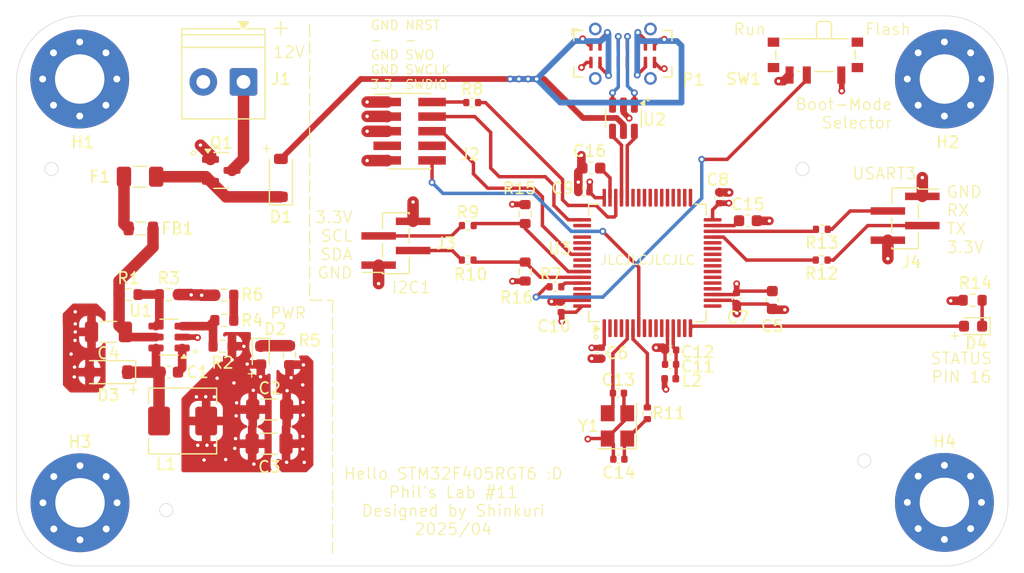
<source format=kicad_pcb>
(kicad_pcb (version 20241229) (generator "pcbnew") (generator_version "9.0")
  (layers (0 "F.Cu" signal) (4 "In1.Cu" signal) (6 "In2.Cu" signal) (2 "B.Cu" signal) (13 "F.Paste" user) (15 "B.Paste" user) (5 "F.SilkS" user "F.Silkscreen") (7 "B.SilkS" user "B.Silkscreen") (1 "F.Mask" user) (3 "B.Mask" user) (25 "Edge.Cuts" user))
  (net 0 "")
  (net 1 "GND")
  (net 2 "+12V")
  (net 3 "+3.3V")
  (net 4 "I2C1_SDA")
  (net 5 "Net-(D4-K)")
  (net 6 "I2C1_SCL")
  (net 7 "Net-(R4-Pad2)")
  (net 8 "Net-(D2-K)")
  (net 9 "BUCK_FB")
  (net 10 "BUCK_EN")
  (net 11 "BUCK_IN")
  (net 12 "USART3_RX")
  (net 13 "Net-(J4-Pin_2)")
  (net 14 "USART3_TX")
  (net 15 "Net-(J4-Pin_3)")
  (net 16 "Net-(J3-Pin_3)")
  (net 17 "Net-(C14-Pad1)")
  (net 18 "HSE_OUT")
  (net 19 "Net-(J3-Pin_2)")
  (net 20 "Net-(J2-Pin_2)")
  (net 21 "SWDIO")
  (net 22 "Net-(SW1-B)")
  (net 23 "BOOT0")
  (net 24 "USB_CONN_D-")
  (net 25 "USB_CONN_D+")
  (net 26 "USB_D-")
  (net 27 "+5V")
  (net 28 "USB_D+")
  (net 29 "BUCK_BST")
  (net 30 "BUCK_SW")
  (net 31 "Net-(D1-K)")
  (net 34 "Net-(U3-VCAP_2)")
  (net 38 "NRST")
  (net 40 "+3.3VA")
  (net 42 "Net-(U3-VCAP_1)")
  (net 47 "HSE_IN")
  (net 48 "LED_STATUS")
  (net 51 "SWCLK")
  (net 76 "SWO")
  (net 85 "Net-(F1-Pad2)")
  (footprint "Resistor_SMD:R_0603_1608Metric" (layer "F.Cu") (at 32.75 43.5)
    (property "Reference" "R3")
    (property "Value" "68k")
  )
  (footprint "Resistor_SMD:R_0402_1005Metric" (layer "F.Cu") (at 58.75 40.5)
    (property "Reference" "R10")
    (property "Value" "22")
  )
  (footprint "Connector_USB:USB_C_Receptacle_G-Switch_GT-USB-7051x" (layer "F.Cu") (at 72.25 22.55)
    (property "Reference" "P1")
    (property "Value" "USB_C_Plug_USB2.0")
  )
  (footprint "TerminalBlock_Phoenix:TerminalBlock_Phoenix_PT-1,5-2-3.5-H_1x02_P3.50mm_Horizontal" (layer "F.Cu") (at 39.25 25 180)
    (property "Reference" "J1")
    (property "Value" "Screw_Terminal_01x02")
  )
  (footprint "Package_QFP:LQFP-64_10x10mm_P0.5mm" (layer "F.Cu") (at 74.38 40.75 90)
    (property "Reference" "U3")
    (property "Value" "STM32F405RGT6")
  )
  (footprint "Connector_PinHeader_1.27mm:PinHeader_1x04_P1.27mm_Vertical_SMD_Pin1Right" (layer "F.Cu") (at 96.8 36.865)
    (property "Reference" "J4")
    (property "Value" "USART3")
  )
  (footprint "Diode_SMD:D_SOD-123" (layer "F.Cu") (at 27.5 50.25 180)
    (property "Reference" "D3")
    (property "Value" "B5819W")
  )
  (footprint "Resistor_SMD:R_0603_1608Metric" (layer "F.Cu") (at 43.25 48.775 -90)
    (property "Reference" "R5")
    (property "Value" "1k")
  )
  (footprint "Connector_PinHeader_1.27mm:PinHeader_2x05_P1.27mm_Vertical_SMD" (layer "F.Cu") (at 53.7 29.29)
    (property "Reference" "J2")
    (property "Value" "SWD")
  )
  (footprint "Capacitor_SMD:C_0402_1005Metric" (layer "F.Cu") (at 80.63 35.075 90)
    (property "Reference" "C8")
    (property "Value" "100n")
  )
  (footprint "Capacitor_SMD:C_0603_1608Metric" (layer "F.Cu") (at 69.5 32.5 180)
    (property "Reference" "C16")
    (property "Value" "2u2")
  )
  (footprint "Capacitor_SMD:C_0603_1608Metric" (layer "F.Cu") (at 32.775 50.25 180)
    (property "Reference" "C1")
    (property "Value" "10n")
  )
  (footprint "Capacitor_SMD:C_1206_3216Metric" (layer "F.Cu") (at 41.525 53.5)
    (property "Reference" "C2")
    (property "Value" "10u")
  )
  (footprint "Capacitor_SMD:C_0402_1005Metric" (layer "F.Cu") (at 70.38 48.595 -90)
    (property "Reference" "C6")
    (property "Value" "100n")
  )
  (footprint "Resistor_SMD:R_0402_1005Metric" (layer "F.Cu") (at 58.76 37.5)
    (property "Reference" "R9")
    (property "Value" "22")
  )
  (footprint "Resistor_SMD:R_0603_1608Metric" (layer "F.Cu") (at 37.575 45.75)
    (property "Reference" "R4")
    (property "Value" "15k")
  )
  (footprint "Inductor_SMD:L_0805_2012Metric" (layer "F.Cu") (at 30.3125 37.75)
    (property "Reference" "FB1")
    (property "Value" "600 @ 600Mhz")
  )
  (footprint "Button_Switch_SMD:SW_SPDT_PCM12" (layer "F.Cu") (at 89 22.975 180)
    (property "Reference" "SW1")
    (property "Value" "SW_SPDT")
  )
  (footprint "LED_SMD:LED_0603_1608Metric" (layer "F.Cu") (at 102.7125 46.25 180)
    (property "Reference" "D4")
    (property "Value" "BLUE")
  )
  (footprint "Capacitor_SMD:C_0402_1005Metric" (layer "F.Cu") (at 76.4 48.325 180)
    (property "Reference" "C12")
    (property "Value" "10n")
  )
  (footprint "Capacitor_SMD:C_0402_1005Metric" (layer "F.Cu") (at 66.88 44.555 90)
    (property "Reference" "C10")
    (property "Value" "100n")
  )
  (footprint "Capacitor_SMD:C_1206_3216Metric" (layer "F.Cu") (at 41.475 56.475)
    (property "Reference" "C3")
    (property "Value" "10u")
  )
  (footprint "Package_TO_SOT_SMD:SOT-23-6" (layer "F.Cu") (at 32.775 47.2 180)
    (property "Reference" "U1")
    (property "Value" "~")
  )
  (footprint "Package_TO_SOT_SMD:SOT-23-6" (layer "F.Cu") (at 72.3 28.1625 -90)
    (property "Reference" "U2")
    (property "Value" "USBLC6-2SC6")
  )
  (footprint "Capacitor_SMD:C_0603_1608Metric" (layer "F.Cu") (at 85.25 43.975 -90)
    (property "Reference" "C5")
    (property "Value" "4u7")
  )
  (footprint "Resistor_SMD:R_0603_1608Metric" (layer "F.Cu") (at 63.75 41.5 90)
    (property "Reference" "R16")
    (property "Value" "2k2")
  )
  (footprint "Capacitor_SMD:C_0402_1005Metric" (layer "F.Cu") (at 71.9 57.825 180)
    (property "Reference" "C14")
    (property "Value" "12p")
  )
  (footprint "Capacitor_SMD:C_0603_1608Metric" (layer "F.Cu") (at 83.13 37.075)
    (property "Reference" "C15")
    (property "Value" "2u2")
  )
  (footprint "Diode_SMD:D_SOD-123" (layer "F.Cu") (at 42.5 33.35 90)
    (property "Reference" "D1")
    (property "Value" "B5819W")
  )
  (footprint "Crystal:Crystal_SMD_3225-4Pin_3.2x2.5mm" (layer "F.Cu") (at 71.78 54.925 90)
    (property "Reference" "Y1")
    (property "Value" "16Mhz")
  )
  (footprint "MountingHole:MountingHole_4.3mm_M4_Pad_Via" (layer "F.Cu") (at 25.025 61.610913)
    (property "Reference" "H3")
    (property "Value" "MountingHole_Pad")
  )
  (footprint "MountingHole:MountingHole_4.3mm_M4_Pad_Via" (layer "F.Cu") (at 100.219581 24.75)
    (property "Reference" "H2")
    (property "Value" "MountingHole_Pad")
  )
  (footprint "MountingHole:MountingHole_4.3mm_M4_Pad_Via" (layer "F.Cu") (at 100.219581 61.580494)
    (property "Reference" "H4")
    (property "Value" "MountingHole_Pad")
  )
  (footprint "LED_SMD:LED_0603_1608Metric" (layer "F.Cu") (at 40.75 48.7875 -90)
    (property "Reference" "D2")
    (property "Value" "GREEN")
  )
  (footprint "Resistor_SMD:R_0603_1608Metric" (layer "F.Cu") (at 37.575 43.55 180)
    (property "Reference" "R6")
    (property "Value" "270")
  )
  (footprint "Fuse:Fuse_1206_3216Metric" (layer "F.Cu") (at 30.25 33.25 180)
    (property "Reference" "F1")
    (property "Value" "250mA")
  )
  (footprint "Inductor_SMD:L_0402_1005Metric" (layer "F.Cu") (at 76.365 50.825)
    (property "Reference" "L2")
    (property "Value" "39n")
  )
  (footprint "Resistor_SMD:R_0402_1005Metric" (layer "F.Cu") (at 66.38 42.825 180)
    (property "Reference" "R7")
    (property "Value" "10k")
  )
  (footprint "Resistor_SMD:R_0603_1608Metric" (layer "F.Cu") (at 63.75 36.5 -90)
    (property "Reference" "R15")
    (property "Value" "2k2")
  )
  (footprint "Capacitor_SMD:C_0402_1005Metric" (layer "F.Cu") (at 76.4 49.575 180)
    (property "Reference" "C11")
    (property "Value" "1u")
  )
  (footprint "Resistor_SMD:R_0603_1608Metric" (layer "F.Cu") (at 102.675 44 180)
    (property "Reference" "R14")
    (property "Value" "1k5")
  )
  (footprint "Connector_PinHeader_1.27mm:PinHeader_1x04_P1.27mm_Vertical_SMD_Pin1Right" (layer "F.Cu") (at 52.5 39.035 180)
    (property "Reference" "J3")
    (property "Value" "I2C1")
  )
  (footprint "Resistor_SMD:R_0402_1005Metric" (layer "F.Cu") (at 59.14 26.8)
    (property "Reference" "R8")
    (property "Value" "22")
  )
  (footprint "Resistor_SMD:R_0603_1608Metric" (layer "F.Cu") (at 29.25 43.5)
    (property "Reference" "R1")
    (property "Value" "100k")
  )
  (footprint "Resistor_SMD:R_0603_1608Metric" (layer "F.Cu") (at 37.425 48 180)
    (property "Reference" "R2")
    (property "Value" "47k")
  )
  (footprint "Resistor_SMD:R_0402_1005Metric" (layer "F.Cu") (at 89.54 40.5 180)
    (property "Reference" "R12")
    (property "Value" "22")
  )
  (footprint "Capacitor_SMD:C_0402_1005Metric" (layer "F.Cu") (at 71.86 52.075)
    (property "Reference" "C13")
    (property "Value" "12p")
  )
  (footprint "Resistor_SMD:R_0402_1005Metric" (layer "F.Cu") (at 89.56 37.825 180)
    (property "Reference" "R13")
    (property "Value" "22")
  )
  (footprint "Inductor_SMD:L_Sunlord_MWSA0503S" (layer "F.Cu") (at 33.95 54.5)
    (property "Reference" "L1")
    (property "Value" "10u")
  )
  (footprint "Capacitor_SMD:C_0402_1005Metric" (layer "F.Cu") (at 68.86 34.575 180)
    (property "Reference" "C9")
    (property "Value" "100n")
  )
  (footprint "Package_TO_SOT_SMD:SOT-23" (layer "F.Cu") (at 37.3125 32.7)
    (property "Reference" "Q1")
    (property "Value" "AO3401A")
  )
  (footprint "Capacitor_SMD:C_1206_3216Metric" (layer "F.Cu") (at 27.5 46.75 180)
    (property "Reference" "C4")
    (property "Value" "10u")
  )
  (footprint "Resistor_SMD:R_0402_1005Metric" (layer "F.Cu") (at 74.38 53.825 -90)
    (property "Reference" "R11")
    (property "Value" "47")
  )
  (footprint "Capacitor_SMD:C_0402_1005Metric" (layer "F.Cu") (at 82.13 43.845 -90)
    (property "Reference" "C7")
    (property "Value" "100n")
  )
  (footprint "MountingHole:MountingHole_4.3mm_M4_Pad_Via" (layer "F.Cu") (at 25 24.75)
    (property "Reference" "H1")
    (property "Value" "MountingHole_Pad")
  )
  (gr_circle (center 74.45 26.55) (end 74.55 26.6) (stroke (width 0.1)) (fill no) (layer "F.SilkS"))
  (gr_circle (center 34.9 31.2) (end 35.05 31.3) (stroke (width 0.1)) (fill no) (layer "F.SilkS"))
  (gr_line (start 45 20) (end 45 44) (stroke (width 0.1) (type dash)) (layer "F.SilkS"))
  (gr_circle (center 35.05 48.45) (end 35.15 48.55) (stroke (width 0.1)) (fill no) (layer "F.SilkS"))
  (gr_line (start 47 44) (end 47 66) (stroke (width 0.1) (type dash)) (layer "F.SilkS"))
  (gr_circle (center 69.9 47.2) (end 70 47.35) (stroke (width 0.1)) (fill no) (layer "F.SilkS"))
  (gr_line (start 45 44) (end 47 44) (stroke (width 0.1) (type dash)) (layer "F.SilkS"))
  (gr_arc (start 25 67.110913) (mid 21.110913 65.5) (end 19.5 61.610913) (stroke (width 0.05)) (layer "Edge.Cuts"))
  (gr_arc (start 105.75 61.610913) (mid 104.139087 65.5) (end 100.25 67.110913) (stroke (width 0.05)) (layer "Edge.Cuts"))
  (gr_line (start 105.75 24.75) (end 105.75 61.610913) (stroke (width 0.05)) (layer "Edge.Cuts"))
  (gr_line (start 25.25 19.25) (end 100.25 19.25) (stroke (width 0.05)) (layer "Edge.Cuts"))
  (gr_circle (center 22.55 32.576) (end 23.126 32.576) (stroke (width 0.05)) (fill no) (layer "Edge.Cuts"))
  (gr_line (start 19.5 61.610913) (end 19.5 25) (stroke (width 0.05)) (layer "Edge.Cuts"))
  (gr_circle (center 93.25 57.95) (end 93.826 57.95) (stroke (width 0.05)) (fill no) (layer "Edge.Cuts"))
  (gr_arc (start 100.25 19.25) (mid 104.139087 20.860913) (end 105.75 24.75) (stroke (width 0.05)) (layer "Edge.Cuts"))
  (gr_arc (start 19.5 25) (mid 21.184136 20.934136) (end 25.25 19.25) (stroke (width 0.05)) (layer "Edge.Cuts"))
  (gr_line (start 100.25 67.110913) (end 25 67.110913) (stroke (width 0.05)) (layer "Edge.Cuts"))
  (gr_circle (center 32.526 62.25) (end 33.102 62.25) (stroke (width 0.05)) (fill no) (layer "Edge.Cuts"))
  (gr_circle (center 87.874 32.576) (end 88.45 32.576) (stroke (width 0.05)) (fill no) (layer "Edge.Cuts"))
  (gr_text "+" (at 40.7 31.2 0) (layer "F.SilkS") (effects (font (size 0.8 0.8) (thickness 0.1)) (justify left bottom)))
  (gr_text "+" (at 41.5 21.1 0) (layer "F.SilkS") (effects (font (size 1.5 1.5) (thickness 0.1)) (justify left bottom)))
  (gr_text "USART3" (at 95 32.98 0) (layer "F.SilkS") (effects (font (size 1 1) (thickness 0.1))))
  (gr_text "3.3V\nSCL\nSDA\nGND" (at 48.8 36.2 0) (layer "F.SilkS") (effects (font (size 1 1) (thickness 0.1)) (justify right top)))
  (gr_text "12V" (at 41.75 23 0) (layer "F.SilkS") (effects (font (size 1 1) (thickness 0.1)) (justify left bottom)))
  (gr_text "+" (at 39.4 50.8 0) (layer "F.SilkS") (effects (font (size 0.8 0.8) (thickness 0.1)) (justify left bottom)))
  (gr_text "Run" (at 84.75 19.85 0) (layer "F.SilkS") (effects (font (size 1 1) (thickness 0.1)) (justify right top)))
  (gr_text "GND	NRST\n-	-\nGND	SWO\nGND	SWCLK\n3.3	SWDIO" (at 50.25 22.65 0) (layer "F.SilkS") (effects (font (size 0.8 0.8) (thickness 0.1)) (justify left)))
  (gr_text "PWR" (at 41.5 45.7 0) (layer "F.SilkS") (effects (font (size 1 1) (thickness 0.1)) (justify left bottom)))
  (gr_text "+" (at 100.55 47.5 0) (layer "F.SilkS") (effects (font (size 0.8 0.8) (thickness 0.1)) (justify left bottom)))
  (gr_text "JLCJLCJLCJLC" (at 74.4 40.5 0) (layer "F.SilkS") (effects (font (size 0.8 0.8) (thickness 0.1))))
  (gr_text "Boot-Mode\nSelector" (at 95.75 27.75 0) (layer "F.SilkS") (effects (font (size 1 1) (thickness 0.1)) (justify right)))
  (gr_text "+" (at 29.1 52.2 0) (layer "F.SilkS") (effects (font (size 0.8 0.8) (thickness 0.1)) (justify left bottom)))
  (gr_text "Hello STM32F405RGT6 :D\nPhil's Lab #11\nDesigned by Shinkuri\n2025/04" (at 57.5 61.5 0) (layer "F.SilkS") (effects (font (size 1 1) (thickness 0.1))))
  (gr_text "I2C1" (at 53.85 42.3 0) (layer "F.SilkS") (effects (font (size 1 1) (thickness 0.1)) (justify top)))
  (gr_text "GND\nRX\nTX\n3.3V" (at 100.35 33.98 0) (layer "F.SilkS") (effects (font (size 1 1) (thickness 0.1)) (justify left top)))
  (gr_text "Flash" (at 93.25 21 0) (layer "F.SilkS") (effects (font (size 1 1) (thickness 0.1)) (justify left bottom)))
  (gr_text "STATUS\nPIN 16" (at 101.7 51.25 0) (layer "F.SilkS") (effects (font (size 1 1) (thickness 0.1)) (justify bottom)))
  (segment (start 83.92 37.09) (end 83.905 37.075) (width 0.75) (layer "F.Cu") (net 1))
  (segment (start 50 28) (end 51.73 28) (width 1) (layer "F.Cu") (net 1))
  (segment (start 75.715 48.12) (end 75.92 48.325) (width 0.75) (layer "F.Cu") (net 1))
  (segment (start 69.47 23.31) (end 69.09 23.31) (width 0.3) (layer "F.Cu") (net 1))
  (segment (start 66.855 44.1) (end 66.88 44.075) (width 0.75) (layer "F.Cu") (net 1))
  (segment (start 86.34 44.82) (end 85.32 44.82) (width 0.75) (layer "F.Cu") (net 1))
  (segment (start 35.58 43.53) (end 35.61 43.56) (width 1) (layer "F.Cu") (net 1))
  (segment (start 69.47 21.79) (end 69.29 21.79) (width 0.3) (layer "F.Cu") (net 1))
  (segment (start 34.7 43.53) (end 35.58 43.53) (width 1) (layer "F.Cu") (net 1))
  (segment (start 69.09 23.31) (end 68.65 23.75) (width 0.3) (layer "F.Cu") (net 1))
  (segment (start 69.29 21.79) (end 68.75 21.25) (width 0.3) (layer "F.Cu") (net 1))
  (segment (start 72.63 53.825) (end 72.63 54.225) (width 0.3) (layer "F.Cu") (net 1))
  (segment (start 84.825 44.325) (end 85.25 44.75) (width 0.3) (layer "F.Cu") (net 1))
  (segment (start 50 31.85) (end 51.73 31.85) (width 1) (layer "F.Cu") (net 1))
  (segment (start 86.215 24.94) (end 86.75 24.405) (width 0.75) (layer "F.Cu") (net 1))
  (segment (start 72.3 27.6625) (end 72.3 27.025) (width 0.5) (layer "F.Cu") (net 1))
  (segment (start 85.32 44.82) (end 85.25 44.75) (width 0.75) (layer "F.Cu") (net 1))
  (segment (start 69.245 56.025) (end 69.2 56.07) (width 0.3) (layer "F.Cu") (net 1))
  (segment (start 85 37.09) (end 83.92 37.09) (width 0.75) (layer "F.Cu") (net 1))
  (segment (start 72.63 54.225) (end 70.93 55.925) (width 0.3) (layer "F.Cu") (net 1))
  (segment (start 75 23.31) (end 75.54 23.85) (width 0.3) (layer "F.Cu") (net 1))
  (segment (start 82.16 45.12) (end 82.16 44.355) (width 0.75) (layer "F.Cu") (net 1))
  (segment (start 82.16 44.355) (end 82.13 44.325) (width 0.75) (layer "F.Cu") (net 1))
  (segment (start 50 29.3) (end 51.74 29.3) (width 1) (layer "F.Cu") (net 1))
  (segment (start 98.3 33.33) (end 98.3 34.96) (width 1) (layer "F.Cu") (net 1))
  (segment (start 71.42 57.825) (end 71.42 56.515) (width 0.3) (layer "F.Cu") (net 1))
  (segment (start 68.64 32.415) (end 68.725 32.5) (width 0.75) (layer "F.Cu") (net 1))
  (segment (start 76.13 46.425) (end 76.13 48.115) (width 0.3) (layer "F.Cu") (net 1))
  (segment (start 35.61 43.56) (end 36.74 43.56) (width 1) (layer "F.Cu") (net 1))
  (segment (start 33.9125 47.2) (end 35.2 47.2) (width 0.5) (layer "F.Cu") (net 1))
  (segment (start 66.955 44) (end 66.88 44.075) (width 0.3) (layer "F.Cu") (net 1))
  (segment (start 81.805 44) (end 82.13 44.325) (width 0.3) (layer "F.Cu") (net 1))
  (segment (start 66.04 44.1) (end 66.855 44.1) (width 0.75) (layer "F.Cu") (net 1))
  (segment (start 51.74 29.3) (end 51.75 29.29) (width 1) (layer "F.Cu") (net 1))
  (segment (start 100.77 44.04) (end 101.81 44.04) (width 0.75) (layer "F.Cu") (net 1))
  (segment (start 70.93 56.025) (end 69.245 56.025) (width 0.3) (layer "F.Cu") (net 1))
  (segment (start 51.73 31.85) (end 51.75 31.83) (width 1) (layer "F.Cu") (net 1))
  (segment (start 72.34 53.535) (end 72.63 53.825) (width 0.3) (layer "F.Cu") (net 1))
  (segment (start 75.49 21.3) (end 75.85 21.3) (width 0.3) (layer "F.Cu") (net 1))
  (segment (start 68.705 44) (end 66.955 44) (width 0.3) (layer "F.Cu") (net 1))
  (segment (start 69.46 21.8) (end 69.47 21.79) (width 0.3) (layer "F.Cu") (net 1))
  (segment (start 75.92 49.575) (end 75.92 48.325) (width 0.3) (layer "F.Cu") (net 1))
  (segment (start 68.37 32.855) (end 68.37 33.72) (width 0.75) (layer "F.Cu") (net 1))
  (segment (start 101.81 44.04) (end 101.85 44) (width 0.75) (layer "F.Cu") (net 1))
  (segment (start 35.2 47.2) (end 35.25 47.25) (width 0.5) (layer "F.Cu") (net 1))
  (segment (start 75 21.79) (end 75.49 21.3) (width 0.3) (layer "F.Cu") (net 1))
  (segment (start 80.055 44) (end 81.805 44) (width 0.3) (layer "F.Cu") (net 1))
  (segment (start 76.13 48.115) (end 75.92 48.325) (width 0.3) (layer "F.Cu") (net 1))
  (segment (start 34.67 43.5) (end 34.7 43.53) (width 1) (layer "F.Cu") (net 1))
  (segment (start 68.37 34.565) (end 68.38 34.575) (width 0.75) (layer "F.Cu") (net 1))
  (segment (start 69.555 49.075) (end 69.54 49.06) (width 0.75) (layer "F.Cu") (net 1))
  (segment (start 68.64 31.38) (end 68.64 32.415) (width 0.75) (layer "F.Cu") (net 1))
  (segment (start 71.42 56.515) (end 70.93 56.025) (width 0.3) (layer "F.Cu") (net 1))
  (segment (start 33.575 43.5) (end 34.67 43.5) (width 1) (layer "F.Cu") (net 1))
  (segment (start 70.93 55.925) (end 70.93 56.025) (width 0.3) (layer "F.Cu") (net 1))
  (segment (start 80.655 34.62) (end 80.63 34.595) (width 0.75) (layer "F.Cu") (net 1))
  (segment (start 68.37 33.72) (end 68.37 34.565) (width 0.75) (layer "F.Cu") (net 1))
  (segment (start 82.13 44.325) (end 84.825 44.325) (width 0.3) (layer "F.Cu") (net 1))
  (segment (start 75.54 23.85) (end 75.85 23.85) (width 0.3) (layer "F.Cu") (net 1))
  (segment (start 68.725 32.5) (end 68.37 32.855) (width 0.75) (layer "F.Cu") (net 1))
  (segment (start 70.38 49.075) (end 69.555 49.075) (width 0.75) (layer "F.Cu") (net 1))
  (segment (start 69.46 23.3) (end 69.47 23.31) (width 0.3) (layer "F.Cu") (net 1))
  (segment (start 72.8 28.1625) (end 72.3 27.6625) (width 0.5) (layer "F.Cu") (net 1))
  (segment (start 51.73 28) (end 51.75 28.02) (width 1) (layer "F.Cu") (net 1))
  (segment (start 36.74 43.56) (end 36.75 43.55) (width 1) (layer "F.Cu") (net 1))
  (segment (start 36.375 31.375) (end 35.5 30.5) (width 1) (layer "F.Cu") (net 1))
  (segment (start 51 42.55) (end 51 40.94) (width 1) (layer "F.Cu") (net 1))
  (segment (start 85.79 24.94) (end 86.215 24.94) (width 0.75) (layer "F.Cu") (net 1))
  (segment (start 36.375 31.75) (end 36.375 31.375) (width 1) (layer "F.Cu") (net 1))
  (segment (start 75.13 48.12) (end 75.715 48.12) (width 0.75) (layer "F.Cu") (net 1))
  (segment (start 72.34 52.075) (end 72.34 53.535) (width 0.3) (layer "F.Cu") (net 1))
  (segment (start 81.5 34.62) (end 80.655 34.62) (width 0.75) (layer "F.Cu") (net 1))
  (via blind (at 43.39 50.73) (size 0.6) (drill 0.3) (layers "F.Cu" "In1.Cu") (net 1))
  (via blind (at 43.04 51.86) (size 0.6) (drill 0.3) (layers "F.Cu" "In1.Cu") (net 1))
  (via blind (at 44.46 49.62) (size 0.6) (drill 0.3) (layers "F.Cu" "In1.Cu") (net 1))
  (via blind (at 44.53 58.1) (size 0.6) (drill 0.3) (layers "F.Cu" "In1.Cu") (net 1))
  (via blind (at 75.13 48.12) (size 0.6) (drill 0.3) (layers "F.Cu" "In1.Cu") (net 1))
  (via blind (at 85 37.09) (size 0.6) (drill 0.3) (layers "F.Cu" "In1.Cu") (net 1))
  (via blind (at 72.8 28.1625) (size 0.6) (drill 0.3) (layers "F.Cu" "In1.Cu") (net 1))
  (via blind (at 24.61 45) (size 0.6) (drill 0.3) (layers "F.Cu" "In1.Cu") (net 1))
  (via blind (at 66.04 44.1) (size 0.6) (drill 0.3) (layers "F.Cu" "In1.Cu") (net 1))
  (via blind (at 51 42.55) (size 0.6) (drill 0.3) (layers "F.Cu" "In1.Cu") (net 1))
  (via blind (at 24.25 48.68) (size 0.6) (drill 0.3) (layers "F.Cu" "In1.Cu") (net 1))
  (via blind (at 69.2 56.07) (size 0.6) (drill 0.3) (layers "F.Cu" "In1.Cu") (net 1))
  (via blind (at 50 29.3) (size 0.6) (drill 0.3) (layers "F.Cu" "In1.Cu") (net 1))
  (via blind (at 69.54 49.06) (size 0.6) (drill 0.3) (layers "F.Cu" "In1.Cu") (net 1))
  (via blind (at 34.7 43.53) (size 0.6) (drill 0.3) (layers "F.Cu" "In1.Cu") (net 1))
  (via blind (at 44.4 56.94) (size 0.6) (drill 0.3) (layers "F.Cu" "In1.Cu") (net 1))
  (via blind (at 35.25 47.25) (size 0.6) (drill 0.3) (layers "F.Cu" "In1.Cu") (net 1))
  (via blind (at 50 28) (size 0.6) (drill 0.3) (layers "F.Cu" "In1.Cu") (net 1))
  (via blind (at 43 58.09) (size 0.6) (drill 0.3) (layers "F.Cu" "In1.Cu") (net 1))
  (via blind (at 24.59 47.49) (size 0.6) (drill 0.3) (layers "F.Cu" "In1.Cu") (net 1))
  (via blind (at 24.55 49.81) (size 0.6) (drill 0.3) (layers "F.Cu" "In1.Cu") (net 1))
  (via blind (at 68.37 33.72) (size 0.6) (drill 0.3) (layers "F.Cu" "In1.Cu") (net 1))
  (via blind (at 44.4 51.36) (size 0.6) (drill 0.3) (layers "F.Cu" "In1.Cu") (net 1))
  (via blind (at 98.3 33.33) (size 0.6) (drill 0.3) (layers "F.Cu" "In1.Cu") (net 1))
  (via blind (at 44.41 55.84) (size 0.6) (drill 0.3) (layers "F.Cu" "In1.Cu") (net 1))
  (via blind (at 24.61 46.75) (size 0.6) (drill 0.3) (layers "F.Cu" "In1.Cu") (net 1))
  (via blind (at 24.61 46.05) (size 0.6) (drill 0.3) (layers "F.Cu" "In1.Cu") (net 1))
  (via blind (at 68.65 23.75) (size 0.6) (drill 0.3) (layers "F.Cu" "In1.Cu") (net 1))
  (via blind (at 85.79 24.94) (size 0.6) (drill 0.3) (layers "F.Cu" "In1.Cu") (net 1))
  (via blind (at 68.64 31.38) (size 0.6) (drill 0.3) (layers "F.Cu" "In1.Cu") (net 1))
  (via blind (at 24.53 50.67) (size 0.6) (drill 0.3) (layers "F.Cu" "In1.Cu") (net 1))
  (via blind (at 100.77 44.04) (size 0.6) (drill 0.3) (layers "F.Cu" "In1.Cu") (net 1))
  (via blind (at 68.75 21.25) (size 0.6) (drill 0.3) (layers "F.Cu" "In1.Cu") (net 1))
  (via blind (at 82.16 45.12) (size 0.6) (drill 0.3) (layers "F.Cu" "In1.Cu") (net 1))
  (via blind (at 35.5 30.5) (size 0.6) (drill 0.3) (layers "F.Cu" "In1.Cu") (net 1))
  (via blind (at 35.61 43.56) (size 0.6) (drill 0.3) (layers "F.Cu" "In1.Cu") (net 1))
  (via blind (at 75.85 23.85) (size 0.6) (drill 0.3) (layers "F.Cu" "In1.Cu") (net 1))
  (via blind (at 44.44 53.99) (size 0.6) (drill 0.3) (layers "F.Cu" "In1.Cu") (net 1))
  (via blind (at 75.85 21.3) (size 0.6) (drill 0.3) (layers "F.Cu" "In1.Cu") (net 1))
  (via blind (at 50 31.85) (size 0.6) (drill 0.3) (layers "F.Cu" "In1.Cu") (net 1))
  (via blind (at 44.43 52.87) (size 0.6) (drill 0.3) (layers "F.Cu" "In1.Cu") (net 1))
  (via blind (at 86.34 44.82) (size 0.6) (drill 0.3) (layers "F.Cu" "In1.Cu") (net 1))
  (via blind (at 81.5 34.62) (size 0.6) (drill 0.3) (layers "F.Cu" "In1.Cu") (net 1))
  (segment (start 39.25 25) (end 39.25 31.7) (width 1) (layer "F.Cu") (net 2))
  (segment (start 39.25 31.7) (end 38.25 32.7) (width 1) (layer "F.Cu") (net 2))
  (segment (start 70.63 46.425) (end 70.63 47.865) (width 0.3) (layer "F.Cu") (net 3))
  (segment (start 50 26.75) (end 51.75 26.75) (width 1) (layer "F.Cu") (net 3))
  (segment (start 81.47 35.55) (end 80.635 35.55) (width 0.5) (layer "F.Cu") (net 3))
  (segment (start 75.88 51.63) (end 76 51.75) (width 0.5) (layer "F.Cu") (net 3))
  (segment (start 66.93 45.085) (end 66.88 45.035) (width 0.5) (layer "F.Cu") (net 3))
  (segment (start 80.635 35.55) (end 80.63 35.555) (width 0.5) (layer "F.Cu") (net 3))
  (segment (start 80.055 43.5) (end 81.995 43.5) (width 0.3) (layer "F.Cu") (net 3))
  (segment (start 80.055 36.13) (end 80.63 35.555) (width 0.3) (layer "F.Cu") (net 3))
  (segment (start 68.705 44.5) (end 68.17 45.035) (width 0.3) (layer "F.Cu") (net 3))
  (segment (start 70.63 35.075) (end 69.84 35.075) (width 0.3) (layer "F.Cu") (net 3))
  (segment (start 63.725 35.65) (end 63.75 35.675) (width 0.5) (layer "F.Cu") (net 3))
  (segment (start 62.64 35.65) (end 63.725 35.65) (width 0.5) (layer "F.Cu") (net 3))
  (segment (start 54 37.13) (end 54 35.45) (width 1) (layer "F.Cu") (net 3))
  (segment (start 75.88 50.825) (end 75.88 51.63) (width 0.5) (layer "F.Cu") (net 3))
  (segment (start 63.735 42.34) (end 63.75 42.325) (width 0.5) (layer "F.Cu") (net 3))
  (segment (start 70.63 47.865) (end 70.38 48.115) (width 0.3) (layer "F.Cu") (net 3))
  (segment (start 66.93 45.83) (end 66.93 45.085) (width 0.5) (layer "F.Cu") (net 3))
  (segment (start 70.365 48.13) (end 70.38 48.115) (width 0.5) (layer "F.Cu") (net 3))
  (segment (start 69.84 35.075) (end 69.34 34.575) (width 0.3) (layer "F.Cu") (net 3))
  (segment (start 91.29 25.79) (end 91.29 24.445) (width 0.5) (layer "F.Cu") (net 3))
  (segment (start 82.295 43.2) (end 82.13 43.365) (width 0.3) (layer "F.Cu") (net 3))
  (segment (start 85.25 43.2) (end 82.295 43.2) (width 0.3) (layer "F.Cu") (net 3))
  (segment (start 62.65 42.34) (end 63.735 42.34) (width 0.5) (layer "F.Cu") (net 3))
  (segment (start 69.37 33.7) (end 69.37 34.545) (width 0.5) (layer "F.Cu") (net 3))
  (segment (start 95.3 40.38) (end 95.3 38.77) (width 1) (layer "F.Cu") (net 3))
  (segment (start 82.15 43.345) (end 82.13 43.365) (width 0.5) (layer "F.Cu") (net 3))
  (segment (start 69.37 34.545) (end 69.34 34.575) (width 0.5) (layer "F.Cu") (net 3))
  (segment (start 85.085 43.365) (end 85.25 43.2) (width 0.3) (layer "F.Cu") (net 3))
  (segment (start 81.995 43.5) (end 82.13 43.365) (width 0.3) (layer "F.Cu") (net 3))
  (segment (start 91.29 24.445) (end 91.25 24.405) (width 0.5) (layer "F.Cu") (net 3))
  (segment (start 80.055 37) (end 80.055 36.13) (width 0.3) (layer "F.Cu") (net 3))
  (segment (start 68.17 45.035) (end 66.88 45.035) (width 0.3) (layer "F.Cu") (net 3))
  (segment (start 82.15 42.56) (end 82.15 43.345) (width 0.5) (layer "F.Cu") (net 3))
  (segment (start 69.54 48.13) (end 70.365 48.13) (width 0.5) (layer "F.Cu") (net 3))
  (via blind (at 82.15 42.56) (size 0.6) (drill 0.3) (layers "F.Cu" "In2.Cu") (net 3))
  (via blind (at 38.65 52.92) (size 0.6) (drill 0.3) (layers "F.Cu" "In2.Cu") (net 3))
  (via blind (at 54 35.45) (size 0.6) (drill 0.3) (layers "F.Cu" "In2.Cu") (net 3))
  (via blind (at 38.49 56.88) (size 0.6) (drill 0.3) (layers "F.Cu" "In2.Cu") (net 3))
  (via blind (at 69.37 33.7) (size 0.6) (drill 0.3) (layers "F.Cu" "In2.Cu") (net 3))
  (via blind (at 39.57 49.55) (size 0.6) (drill 0.3) (layers "F.Cu" "In2.Cu") (net 3))
  (via blind (at 40.15 58.25) (size 0.6) (drill 0.3) (layers "F.Cu" "In2.Cu") (net 3))
  (via blind (at 39.28 48.01) (size 0.6) (drill 0.3) (layers "F.Cu" "In2.Cu") (net 3))
  (via blind (at 36.71 52.4) (size 0.6) (drill 0.3) (layers "F.Cu" "In2.Cu") (net 3))
  (via blind (at 35.27 56.61) (size 0.6) (drill 0.3) (layers "F.Cu" "In2.Cu") (net 3))
  (via blind (at 76 51.75) (size 0.6) (drill 0.3) (layers "F.Cu" "In2.Cu") (net 3))
  (via blind (at 62.65 42.34) (size 0.6) (drill 0.3) (layers "F.Cu" "In2.Cu") (net 3))
  (via blind (at 66.93 45.83) (size 0.6) (drill 0.3) (layers "F.Cu" "In2.Cu") (net 3))
  (via blind (at 38.56 56.03) (size 0.6) (drill 0.3) (layers "F.Cu" "In2.Cu") (net 3))
  (via blind (at 91.29 25.79) (size 0.6) (drill 0.3) (layers "F.Cu" "In2.Cu") (net 3))
  (via blind (at 38.61 54.05) (size 0.6) (drill 0.3) (layers "F.Cu" "In2.Cu") (net 3))
  (via blind (at 81.47 35.55) (size 0.6) (drill 0.3) (layers "F.Cu" "In2.Cu") (net 3))
  (via blind (at 62.64 35.65) (size 0.6) (drill 0.3) (layers "F.Cu" "In2.Cu") (net 3))
  (via blind (at 50 26.75) (size 0.6) (drill 0.3) (layers "F.Cu" "In2.Cu") (net 3))
  (via blind (at 35.15 52.4) (size 0.6) (drill 0.3) (layers "F.Cu" "In2.Cu") (net 3))
  (via blind (at 95.3 40.38) (size 0.6) (drill 0.3) (layers "F.Cu" "In2.Cu") (net 3))
  (via blind (at 40.73 50.65) (size 0.6) (drill 0.3) (layers "F.Cu" "In2.Cu") (net 3))
  (via blind (at 36.95 50.78) (size 0.6) (drill 0.3) (layers "F.Cu" "In2.Cu") (net 3))
  (via blind (at 36.07 56.61) (size 0.6) (drill 0.3) (layers "F.Cu" "In2.Cu") (net 3))
  (via blind (at 36.77 56.61) (size 0.6) (drill 0.3) (layers "F.Cu" "In2.Cu") (net 3))
  (via blind (at 38.42 51.19) (size 0.6) (drill 0.3) (layers "F.Cu" "In2.Cu") (net 3))
  (via blind (at 69.54 48.13) (size 0.6) (drill 0.3) (layers "F.Cu" "In2.Cu") (net 3))
  (via blind (at 35.96 52.39) (size 0.6) (drill 0.3) (layers "F.Cu" "In2.Cu") (net 3))
  (via blind (at 37.7 57.85) (size 0.6) (drill 0.3) (layers "F.Cu" "In2.Cu") (net 3))
  (via blind (at 40.1 51.83) (size 0.6) (drill 0.3) (layers "F.Cu" "In2.Cu") (net 3))
  (via blind (at 35.82 57.89) (size 0.6) (drill 0.3) (layers "F.Cu" "In2.Cu") (net 3))
  (via blind (at 38.26 49.18) (size 0.6) (drill 0.3) (layers "F.Cu" "In2.Cu") (net 3))
  (segment (start 63.75 40.675) (end 59.435 40.675) (width 0.3) (layer "F.Cu") (net 4))
  (segment (start 59.435 40.675) (end 59.26 40.5) (width 0.3) (layer "F.Cu") (net 4))
  (segment (start 68.705 42) (end 65.075 42) (width 0.3) (layer "F.Cu") (net 4))
  (segment (start 65.075 42) (end 63.75 40.675) (width 0.3) (layer "F.Cu") (net 4))
  (segment (start 103.5 46.25) (end 103.5 44) (width 0.3) (layer "F.Cu") (net 5))
  (segment (start 59.445 37.325) (end 59.27 37.5) (width 0.3) (layer "F.Cu") (net 6))
  (segment (start 68.705 41.5) (end 67.5 41.5) (width 0.3) (layer "F.Cu") (net 6))
  (segment (start 67.5 41.5) (end 63.75 37.75) (width 0.3) (layer "F.Cu") (net 6))
  (segment (start 63.75 37.75) (end 63.75 37.325) (width 0.3) (layer "F.Cu") (net 6))
  (segment (start 63.75 37.325) (end 59.445 37.325) (width 0.3) (layer "F.Cu") (net 6))
  (segment (start 38.4 45.75) (end 38.4 43.55) (width 0.75) (layer "F.Cu") (net 7))
  (segment (start 40.8 47.95) (end 40.75 48) (width 1) (layer "F.Cu") (net 8))
  (segment (start 43.25 47.95) (end 40.8 47.95) (width 1) (layer "F.Cu") (net 8))
  (segment (start 36.25 46.25) (end 36.75 45.75) (width 0.75) (layer "F.Cu") (net 9))
  (segment (start 36.6 45.9) (end 36.75 45.75) (width 0.75) (layer "F.Cu") (net 9))
  (segment (start 33.9125 46.25) (end 36.25 46.25) (width 0.75) (layer "F.Cu") (net 9))
  (segment (start 36.6 48) (end 36.6 45.9) (width 0.75) (layer "F.Cu") (net 9))
  (segment (start 31.925 45.9625) (end 31.6375 46.25) (width 0.75) (layer "F.Cu") (net 10))
  (segment (start 30.075 43.5) (end 31.925 43.5) (width 0.75) (layer "F.Cu") (net 10))
  (segment (start 31.925 43.5) (end 31.925 45.9625) (width 0.75) (layer "F.Cu") (net 10))
  (segment (start 28.425 42.325) (end 28.425 43.5) (width 1) (layer "F.Cu") (net 11))
  (segment (start 31.375 39.375) (end 28.425 42.325) (width 1) (layer "F.Cu") (net 11))
  (segment (start 28.425 43.5) (end 28.425 46.2) (width 1) (layer "F.Cu") (net 11))
  (segment (start 28.425 46.2) (end 28.975 46.75) (width 1) (layer "F.Cu") (net 11))
  (segment (start 31.375 37.75) (end 31.375 39.375) (width 1) (layer "F.Cu") (net 11))
  (segment (start 29.425 47.2) (end 28.975 46.75) (width 0.75) (layer "F.Cu") (net 11))
  (segment (start 31.6375 47.2) (end 29.425 47.2) (width 0.75) (layer "F.Cu") (net 11))
  (segment (start 80.055 38) (end 88.875 38) (width 0.3) (layer "F.Cu") (net 12))
  (segment (start 88.875 38) (end 89.05 37.825) (width 0.3) (layer "F.Cu") (net 12))
  (segment (start 90.07 37.825) (end 90.425 37.825) (width 0.3) (layer "F.Cu") (net 13))
  (segment (start 90.425 37.825) (end 92.02 36.23) (width 0.3) (layer "F.Cu") (net 13))
  (segment (start 92.02 36.23) (end 95.3 36.23) (width 0.3) (layer "F.Cu") (net 13))
  (segment (start 80.055 38.5) (end 81 38.5) (width 0.3) (layer "F.Cu") (net 14))
  (segment (start 83 40.5) (end 89.03 40.5) (width 0.3) (layer "F.Cu") (net 14))
  (segment (start 81 38.5) (end 83 40.5) (width 0.3) (layer "F.Cu") (net 14))
  (segment (start 90.05 40.5) (end 90.55 40.5) (width 0.3) (layer "F.Cu") (net 15))
  (segment (start 93.55 37.5) (end 98.3 37.5) (width 0.3) (layer "F.Cu") (net 15))
  (segment (start 90.55 40.5) (end 93.55 37.5) (width 0.3) (layer "F.Cu") (net 15))
  (segment (start 51 38.4) (end 57.35 38.4) (width 0.3) (layer "F.Cu") (net 16))
  (segment (start 52.05 38.44) (end 52.04 38.45) (width 0.3) (layer "F.Cu") (net 16))
  (segment (start 57.35 38.4) (end 58.25 37.5) (width 0.3) (layer "F.Cu") (net 16))
  (segment (start 72.38 57.825) (end 72.38 56.275) (width 0.3) (layer "F.Cu") (net 17))
  (segment (start 74.38 54.335) (end 74.32 54.335) (width 0.3) (layer "F.Cu") (net 17))
  (segment (start 74.32 54.335) (end 72.63 56.025) (width 0.3) (layer "F.Cu") (net 17))
  (segment (start 72.38 56.275) (end 72.63 56.025) (width 0.3) (layer "F.Cu") (net 17))
  (segment (start 73.13 47.38) (end 74.38 48.63) (width 0.3) (layer "F.Cu") (net 18))
  (segment (start 73.13 46.425) (end 73.13 47.38) (width 0.3) (layer "F.Cu") (net 18))
  (segment (start 74.38 48.63) (end 74.38 53.315) (width 0.3) (layer "F.Cu") (net 18))
  (segment (start 57.41 39.67) (end 58.24 40.5) (width 0.3) (layer "F.Cu") (net 19))
  (segment (start 54 39.67) (end 57.41 39.67) (width 0.3) (layer "F.Cu") (net 19))
  (segment (start 58.58 26.75) (end 58.63 26.8) (width 0.3) (layer "F.Cu") (net 20))
  (segment (start 55.65 26.75) (end 58.58 26.75) (width 0.3) (layer "F.Cu") (net 20))
  (segment (start 71.63 35.075) (end 71.63 36.62) (width 0.3) (layer "F.Cu") (net 21))
  (segment (start 59.65 26.8) (end 60.3 26.8) (width 0.3) (layer "F.Cu") (net 21))
  (segment (start 71.5 36.75) (end 70.925466 36.75) (width 0.3) (layer "F.Cu") (net 21))
  (segment (start 71.63 36.62) (end 71.5 36.75) (width 0.3) (layer "F.Cu") (net 21))
  (segment (start 67.5 35.75) (end 67 35.25) (width 0.3) (layer "F.Cu") (net 21))
  (segment (start 70.925466 36.75) (end 69.925466 35.75) (width 0.3) (layer "F.Cu") (net 21))
  (segment (start 69.925466 35.75) (end 67.5 35.75) (width 0.3) (layer "F.Cu") (net 21))
  (segment (start 67 35.25) (end 67 33.5) (width 0.3) (layer "F.Cu") (net 21))
  (segment (start 60.3 26.8) (end 67 33.5) (width 0.3) (layer "F.Cu") (net 21))
  (segment (start 88.25 24.805) (end 88.25 24.405) (width 0.3) (layer "F.Cu") (net 22))
  (segment (start 65.87 42.825) (end 65.595 42.825) (width 0.3) (layer "F.Cu") (net 22))
  (segment (start 79.11 31.74) (end 81.315 31.74) (width 0.3) (layer "F.Cu") (net 22))
  (segment (start 65.595 42.825) (end 64.7 43.72) (width 0.3) (layer "F.Cu") (net 22))
  (segment (start 81.315 31.74) (end 88.25 24.805) (width 0.3) (layer "F.Cu") (net 22))
  (via (at 64.7 43.72) (size 0.6) (drill 0.3) (layers "F.Cu" "B.Cu") (net 22))
  (via (at 79.11 31.74) (size 0.6) (drill 0.3) (layers "F.Cu" "B.Cu") (net 22))
  (segment (start 70.49 43.74) (end 79.11 35.12) (width 0.3) (layer "B.Cu") (net 22))
  (segment (start 70.47 43.72) (end 70.49 43.74) (width 0.3) (layer "B.Cu") (net 22))
  (segment (start 64.7 43.72) (end 70.47 43.72) (width 0.3) (layer "B.Cu") (net 22))
  (segment (start 79.11 35.12) (end 79.11 31.74) (width 0.3) (layer "B.Cu") (net 22))
  (segment (start 67.215 42.5) (end 66.89 42.825) (width 0.3) (layer "F.Cu") (net 23))
  (segment (start 68.705 42.5) (end 67.215 42.5) (width 0.3) (layer "F.Cu") (net 23))
  (segment (start 72.63 21.07) (end 72.65 21.05) (width 0.3) (layer "F.Cu") (net 24))
  (segment (start 73.25 25.95) (end 73.25 27.025) (width 0.3) (layer "F.Cu") (net 24))
  (segment (start 72.63 21.79) (end 72.63 21.07) (width 0.3) (layer "F.Cu") (net 24))
  (via (at 73.25 25.95) (size 0.6) (drill 0.3) (layers "F.Cu" "B.Cu") (net 24))
  (via (at 72.65 21.05) (size 0.6) (drill 0.3) (layers "F.Cu" "B.Cu") (net 24))
  (segment (start 72.65 25.35) (end 73.25 25.95) (width 0.3) (layer "B.Cu") (net 24))
  (segment (start 72.65 21.05) (end 72.65 25.35) (width 0.3) (layer "B.Cu") (net 24))
  (segment (start 71.35 25.95) (end 71.35 27.025) (width 0.3) (layer "F.Cu") (net 25))
  (segment (start 71.84 21.06) (end 71.85 21.05) (width 0.3) (layer "F.Cu") (net 25))
  (segment (start 71.84 21.79) (end 71.84 21.06) (width 0.3) (layer "F.Cu") (net 25))
  (via (at 71.85 21.05) (size 0.6) (drill 0.3) (layers "F.Cu" "B.Cu") (net 25))
  (via (at 71.35 25.95) (size 0.6) (drill 0.3) (layers "F.Cu" "B.Cu") (net 25))
  (segment (start 71.85 25.45) (end 71.35 25.95) (width 0.3) (layer "B.Cu") (net 25))
  (segment (start 71.85 21.05) (end 71.85 25.45) (width 0.3) (layer "B.Cu") (net 25))
  (segment (start 72.631 30.55) (end 73.25 29.931) (width 0.3) (layer "F.Cu") (net 26))
  (segment (start 72.63 33.07) (end 72.631 33.069) (width 0.3) (layer "F.Cu") (net 26))
  (segment (start 72.631 33.069) (end 72.631 30.55) (width 0.3) (layer "F.Cu") (net 26))
  (segment (start 72.63 35.075) (end 72.63 33.07) (width 0.3) (layer "F.Cu") (net 26))
  (segment (start 73.25 29.931) (end 73.25 29.3) (width 0.3) (layer "F.Cu") (net 26))
  (segment (start 49.45 24.75) (end 65.4 24.75) (width 0.5) (layer "F.Cu") (net 27))
  (segment (start 74.21 23.31) (end 74.21 23.69) (width 0.3) (layer "F.Cu") (net 27))
  (segment (start 65.4 24.75) (end 66.8 26.15) (width 0.5) (layer "F.Cu") (net 27))
  (segment (start 70.26 23.31) (end 70.26 23.71) (width 0.3) (layer "F.Cu") (net 27))
  (segment (start 70.26 23.71) (end 71 24.45) (width 0.3) (layer "F.Cu") (net 27))
  (segment (start 72.3 28.724575) (end 71.713925 28.1385) (width 0.5) (layer "F.Cu") (net 27))
  (segment (start 68.7885 28.1385) (end 67.3 26.65) (width 0.5) (layer "F.Cu") (net 27))
  (segment (start 74.21 23.69) (end 73.5 24.4) (width 0.3) (layer "F.Cu") (net 27))
  (segment (start 70.26 21.79) (end 70.26 21.34) (width 0.3) (layer "F.Cu") (net 27))
  (segment (start 72.3 29.3) (end 72.3 28.724575) (width 0.5) (layer "F.Cu") (net 27))
  (segment (start 71.713925 28.1385) (end 68.7885 28.1385) (width 0.5) (layer "F.Cu") (net 27))
  (segment (start 74.21 21.79) (end 74.21 21.36) (width 0.3) (layer "F.Cu") (net 27))
  (segment (start 74.21 21.36) (end 73.55 20.7) (width 0.3) (layer "F.Cu") (net 27))
  (segment (start 49.45 24.75) (end 42.5 31.7) (width 0.5) (layer "F.Cu") (net 27))
  (segment (start 70.26 21.34) (end 70.9 20.7) (width 0.3) (layer "F.Cu") (net 27))
  (segment (start 67.3 26.65) (end 66.8 26.15) (width 0.5) (layer "F.Cu") (net 27))
  (via (at 63.2 24.75) (size 0.6) (drill 0.3) (layers "F.Cu" "B.Cu") (net 27))
  (via (at 70.9 20.7) (size 0.6) (drill 0.3) (layers "F.Cu" "B.Cu") (net 27))
  (via (at 62.45 24.75) (size 0.6) (drill 0.3) (layers "F.Cu" "B.Cu") (net 27))
  (via (at 64 24.75) (size 0.6) (drill 0.3) (layers "F.Cu" "B.Cu") (net 27))
  (via (at 73.55 20.7) (size 0.6) (drill 0.3) (layers "F.Cu" "B.Cu") (net 27))
  (via (at 64.75 24.75) (size 0.6) (drill 0.3) (layers "F.Cu" "B.Cu") (net 27))
  (via (at 73.5 24.4) (size 0.6) (drill 0.3) (layers "F.Cu" "B.Cu") (net 27))
  (via (at 71 24.45) (size 0.6) (drill 0.3) (layers "F.Cu" "B.Cu") (net 27))
  (segment (start 70.35 21.45) (end 70.9 20.9) (width 0.5) (layer "B.Cu") (net 27))
  (segment (start 73.5 20.75) (end 73.55 20.7) (width 0.3) (layer "B.Cu") (net 27))
  (segment (start 73.5 21.1) (end 73.85 21.45) (width 0.5) (layer "B.Cu") (net 27))
  (segment (start 77.35 26.8) (end 66.8 26.8) (width 0.5) (layer "B.Cu") (net 27))
  (segment (start 68.05 21.45) (end 70.35 21.45) (width 0.5) (layer "B.Cu") (net 27))
  (segment (start 73.85 21.45) (end 76.95 21.45) (width 0.5) (layer "B.Cu") (net 27))
  (segment (start 64.75 24.75) (end 64 24.75) (width 0.5) (layer "B.Cu") (net 27))
  (segment (start 76.95 21.45) (end 77.35 21.85) (width 0.5) (layer "B.Cu") (net 27))
  (segment (start 71 20.8) (end 70.9 20.7) (width 0.3) (layer "B.Cu") (net 27))
  (segment (start 70.9 20.9) (end 70.9 20.7) (width 0.5) (layer "B.Cu") (net 27))
  (segment (start 66.8 26.8) (end 64.75 24.75) (width 0.5) (layer "B.Cu") (net 27))
  (segment (start 64.75 24.75) (end 68.05 21.45) (width 0.5) (layer "B.Cu") (net 27))
  (segment (start 63.2 24.75) (end 62.45 24.75) (width 0.5) (layer "B.Cu") (net 27))
  (segment (start 73.5 24.4) (end 73.5 21.1) (width 0.5) (layer "B.Cu") (net 27))
  (segment (start 73.5 21.1) (end 73.5 20.75) (width 0.5) (layer "B.Cu") (net 27))
  (segment (start 71 24.45) (end 71 20.8) (width 0.5) (layer "B.Cu") (net 27))
  (segment (start 77.35 21.85) (end 77.35 26.8) (width 0.5) (layer "B.Cu") (net 27))
  (segment (start 64 24.75) (end 63.2 24.75) (width 0.5) (layer "B.Cu") (net 27))
  (segment (start 72.13 35.075) (end 72.13 30.505178) (width 0.3) (layer "F.Cu") (net 28))
  (segment (start 71.35 29.725178) (end 71.35 29.3) (width 0.3) (layer "F.Cu") (net 28))
  (segment (start 72.13 30.505178) (end 71.35 29.725178) (width 0.3) (layer "F.Cu") (net 28))
  (segment (start 33.9125 48.15) (end 33.9125 49.8875) (width 0.75) (layer "F.Cu") (net 29))
  (segment (start 33.9125 49.8875) (end 33.55 50.25) (width 0.75) (layer "F.Cu") (net 29))
  (segment (start 31.9 50.35) (end 32 50.25) (width 1) (layer "F.Cu") (net 30))
  (segment (start 31.9 54.5) (end 31.9 50.35) (width 1) (layer "F.Cu") (net 30))
  (segment (start 29.15 50.25) (end 32 50.25) (width 1) (layer "F.Cu") (net 30))
  (segment (start 31.6375 49.8875) (end 32 50.25) (width 0.75) (layer "F.Cu") (net 30))
  (segment (start 31.6375 48.15) (end 31.6375 49.8875) (width 0.75) (layer "F.Cu") (net 30))
  (segment (start 35.975 33.25) (end 36.375 33.65) (width 1) (layer "F.Cu") (net 31))
  (segment (start 42.5 35) (end 37.725 35) (width 1) (layer "F.Cu") (net 31))
  (segment (start 31.65 33.25) (end 35.975 33.25) (width 1) (layer "F.Cu") (net 31))
  (segment (start 37.725 35) (end 36.375 33.65) (width 1) (layer "F.Cu") (net 31))
  (segment (start 71.13 35.075) (end 71.13 33.355) (width 0.3) (layer "F.Cu") (net 34))
  (segment (start 71.13 33.355) (end 70.275 32.5) (width 0.3) (layer "F.Cu") (net 34))
  (segment (start 73.63 41.13) (end 70.5 38) (width 0.3) (layer "F.Cu") (net 38))
  (segment (start 55.65 33.75) (end 55.65 31.83) (width 0.3) (layer "F.Cu") (net 38))
  (segment (start 73.63 46.425) (end 73.63 41.13) (width 0.3) (layer "F.Cu") (net 38))
  (via (at 55.65 33.75) (size 0.6) (drill 0.3) (layers "F.Cu" "B.Cu") (net 38))
  (via (at 70.5 38) (size 0.6) (drill 0.3) (layers "F.Cu" "B.Cu") (net 38))
  (segment (start 70.5 38) (end 67.75 38) (width 0.3) (layer "B.Cu") (net 38))
  (segment (start 67.75 38) (end 64.45 34.7) (width 0.3) (layer "B.Cu") (net 38))
  (segment (start 64.45 34.7) (end 56.6 34.7) (width 0.3) (layer "B.Cu") (net 38))
  (segment (start 56.6 34.7) (end 55.65 33.75) (width 0.3) (layer "B.Cu") (net 38))
  (segment (start 76.885 48.33) (end 76.88 48.325) (width 0.5) (layer "F.Cu") (net 40))
  (segment (start 76.63 46.425) (end 76.63 48.075) (width 0.3) (layer "F.Cu") (net 40))
  (segment (start 76.63 48.075) (end 76.88 48.325) (width 0.3) (layer "F.Cu") (net 40))
  (segment (start 76.88 48.325) (end 76.88 49.575) (width 0.3) (layer "F.Cu") (net 40))
  (segment (start 76.88 49.575) (end 76.88 50.795) (width 0.3) (layer "F.Cu") (net 40))
  (segment (start 76.88 50.795) (end 76.85 50.825) (width 0.3) (layer "F.Cu") (net 40))
  (segment (start 80.055 37.5) (end 81.93 37.5) (width 0.3) (layer "F.Cu") (net 42))
  (segment (start 81.93 37.5) (end 82.355 37.075) (width 0.3) (layer "F.Cu") (net 42))
  (segment (start 71.38 48.62) (end 71.38 52.075) (width 0.3) (layer "F.Cu") (net 47))
  (segment (start 72.63 47.37) (end 71.38 48.62) (width 0.3) (layer "F.Cu") (net 47))
  (segment (start 71.38 53.375) (end 70.93 53.825) (width 0.3) (layer "F.Cu") (net 47))
  (segment (start 71.38 52.075) (end 71.38 53.375) (width 0.3) (layer "F.Cu") (net 47))
  (segment (start 72.63 46.425) (end 72.63 47.37) (width 0.3) (layer "F.Cu") (net 47))
  (segment (start 78.13 46.425) (end 78.305 46.25) (width 0.3) (layer "F.Cu") (net 48))
  (segment (start 78.305 46.25) (end 101.925 46.25) (width 0.3) (layer "F.Cu") (net 48))
  (segment (start 61.5 33.25) (end 65.5 33.25) (width 0.3) (layer "F.Cu") (net 51))
  (segment (start 59.37 28.02) (end 60.75 29.4) (width 0.3) (layer "F.Cu") (net 51))
  (segment (start 65.5 33.25) (end 66.25 34) (width 0.3) (layer "F.Cu") (net 51))
  (segment (start 67.5 37) (end 68.705 37) (width 0.3) (layer "F.Cu") (net 51))
  (segment (start 60.75 29.4) (end 60.75 32.5) (width 0.3) (layer "F.Cu") (net 51))
  (segment (start 55.65 28.02) (end 59.37 28.02) (width 0.3) (layer "F.Cu") (net 51))
  (segment (start 66.25 35.75) (end 67.5 37) (width 0.3) (layer "F.Cu") (net 51))
  (segment (start 60.75 32.5) (end 61.5 33.25) (width 0.3) (layer "F.Cu") (net 51))
  (segment (start 66.25 34) (end 66.25 35.75) (width 0.3) (layer "F.Cu") (net 51))
  (segment (start 56.48 29.29) (end 55.65 29.29) (width 0.3) (layer "F.Cu") (net 76))
  (segment (start 60.5 34.25) (end 59.25 33) (width 0.3) (layer "F.Cu") (net 76))
  (segment (start 59.25 33) (end 59.25 32.06) (width 0.3) (layer "F.Cu") (net 76))
  (segment (start 64.5 34.25) (end 60.5 34.25) (width 0.3) (layer "F.Cu") (net 76))
  (segment (start 65.25 37.5) (end 65.25 35) (width 0.3) (layer "F.Cu") (net 76))
  (segment (start 59.25 32.06) (end 56.48 29.29) (width 0.3) (layer "F.Cu") (net 76))
  (segment (start 67.75 40) (end 65.25 37.5) (width 0.3) (layer "F.Cu") (net 76))
  (segment (start 68.705 40) (end 67.75 40) (width 0.3) (layer "F.Cu") (net 76))
  (segment (start 65.25 35) (end 64.5 34.25) (width 0.3) (layer "F.Cu") (net 76))
  (segment (start 28.85 33.25) (end 28.85 37.35) (width 1) (layer "F.Cu") (net 85))
  (segment (start 28.85 37.35) (end 29.25 37.75) (width 1) (layer "F.Cu") (net 85))
  (zone (net 1) (net_name "GND") (layer "F.Cu") (name "Crytal Keepout") (priority 2) (connect_pads (clearance 0)) (min_thickness 0.25) (fill yes (thermal_gap 0.5) (thermal_bridge_width 0.75))
    (polygon (pts (xy 27.25 51.36) (xy 26.59 52.02) (xy 24.17 52.02) (xy 23.54 51.39) (xy 23.54 46.14) (xy 23.52 46.12) (xy 23.52 45.16) (xy 24.4 44.28) (xy 26.5 44.28) (xy 27.25 45.03) (xy 27.25 45.07)))
  )
  (zone (net 1) (net_name "GND") (layer "F.Cu") (name "Crytal Keepout") (priority 3) (connect_pads (clearance 0)) (min_thickness 0.25) (fill yes (thermal_gap 0.5) (thermal_bridge_width 0.75))
    (polygon (pts (xy 42.15 48.8) (xy 44.85 48.8) (xy 45.33 49.28) (xy 45.33 58.36) (xy 44.73 58.96) (xy 42.58 58.96) (xy 42.11 58.49) (xy 42.11 48.84)))
  )
  (zone (net 3) (net_name "+3.3V") (layer "F.Cu") (priority 1) (connect_pads (clearance 0.5)) (min_thickness 0.25) (fill yes (thermal_gap 0.5) (thermal_bridge_width 0.75))
    (polygon (pts (xy 37.61 46.76) (xy 39.88 46.76) (xy 39.89 46.77) (xy 39.89 48.71) (xy 39.98 48.8) (xy 41.7 48.8) (xy 41.7 58.785) (xy 41.525 58.96) (xy 33.96 58.96) (xy 33.85 58.85) (xy 33.85 52.53) (xy 37.05 49.33) (xy 37.43 49.33) (xy 37.45 49.31) (xy 37.45 46.92)))
  )
)
</source>
